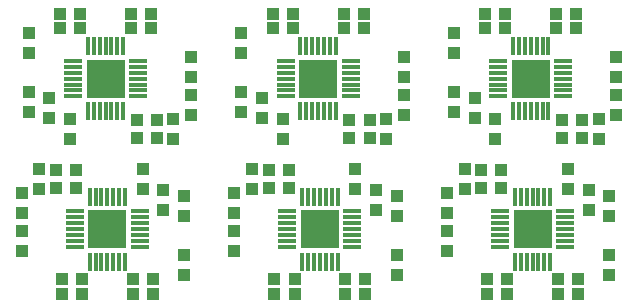
<source format=gbr>
G04 EAGLE Gerber RS-274X export*
G75*
%MOMM*%
%FSLAX34Y34*%
%LPD*%
%INSolderpaste Top*%
%IPPOS*%
%AMOC8*
5,1,8,0,0,1.08239X$1,22.5*%
G01*
%ADD10R,1.500000X0.300000*%
%ADD11R,0.300000X1.500000*%
%ADD12R,3.200000X3.200000*%
%ADD13R,1.000000X1.100000*%
%ADD14R,1.100000X1.000000*%


D10*
X422500Y235000D03*
X422500Y230000D03*
X422500Y225000D03*
X422500Y220000D03*
X422500Y215000D03*
X422500Y210000D03*
X422500Y205000D03*
D11*
X435000Y192500D03*
X440000Y192500D03*
X445000Y192500D03*
X450000Y192500D03*
X455000Y192500D03*
X460000Y192500D03*
X465000Y192500D03*
D10*
X477500Y205000D03*
X477500Y210000D03*
X477500Y215000D03*
X477500Y220000D03*
X477500Y225000D03*
X477500Y230000D03*
X477500Y235000D03*
D11*
X465000Y247500D03*
X460000Y247500D03*
X455000Y247500D03*
X450000Y247500D03*
X445000Y247500D03*
X440000Y247500D03*
X435000Y247500D03*
D12*
X450000Y220000D03*
D13*
X411500Y275000D03*
X428500Y275000D03*
X488500Y275000D03*
X471500Y275000D03*
D14*
X522500Y206000D03*
X522500Y189000D03*
X522500Y238500D03*
X522500Y221500D03*
D13*
X476500Y185000D03*
X493500Y185000D03*
X476500Y170000D03*
X493500Y170000D03*
X507500Y186000D03*
X507500Y169000D03*
X385000Y208500D03*
X385000Y191500D03*
X402500Y203500D03*
X402500Y186500D03*
X420000Y186000D03*
X420000Y169000D03*
D14*
X428500Y262500D03*
X411500Y262500D03*
X471500Y262500D03*
X488500Y262500D03*
X385000Y241500D03*
X385000Y258500D03*
D10*
X242500Y235000D03*
X242500Y230000D03*
X242500Y225000D03*
X242500Y220000D03*
X242500Y215000D03*
X242500Y210000D03*
X242500Y205000D03*
D11*
X255000Y192500D03*
X260000Y192500D03*
X265000Y192500D03*
X270000Y192500D03*
X275000Y192500D03*
X280000Y192500D03*
X285000Y192500D03*
D10*
X297500Y205000D03*
X297500Y210000D03*
X297500Y215000D03*
X297500Y220000D03*
X297500Y225000D03*
X297500Y230000D03*
X297500Y235000D03*
D11*
X285000Y247500D03*
X280000Y247500D03*
X275000Y247500D03*
X270000Y247500D03*
X265000Y247500D03*
X260000Y247500D03*
X255000Y247500D03*
D12*
X270000Y220000D03*
D13*
X231500Y275000D03*
X248500Y275000D03*
X308500Y275000D03*
X291500Y275000D03*
D14*
X342500Y206000D03*
X342500Y189000D03*
X342500Y238500D03*
X342500Y221500D03*
D13*
X296500Y185000D03*
X313500Y185000D03*
X296500Y170000D03*
X313500Y170000D03*
X327500Y186000D03*
X327500Y169000D03*
X205000Y208500D03*
X205000Y191500D03*
X222500Y203500D03*
X222500Y186500D03*
X240000Y186000D03*
X240000Y169000D03*
D14*
X248500Y262500D03*
X231500Y262500D03*
X291500Y262500D03*
X308500Y262500D03*
X205000Y241500D03*
X205000Y258500D03*
D10*
X62500Y235000D03*
X62500Y230000D03*
X62500Y225000D03*
X62500Y220000D03*
X62500Y215000D03*
X62500Y210000D03*
X62500Y205000D03*
D11*
X75000Y192500D03*
X80000Y192500D03*
X85000Y192500D03*
X90000Y192500D03*
X95000Y192500D03*
X100000Y192500D03*
X105000Y192500D03*
D10*
X117500Y205000D03*
X117500Y210000D03*
X117500Y215000D03*
X117500Y220000D03*
X117500Y225000D03*
X117500Y230000D03*
X117500Y235000D03*
D11*
X105000Y247500D03*
X100000Y247500D03*
X95000Y247500D03*
X90000Y247500D03*
X85000Y247500D03*
X80000Y247500D03*
X75000Y247500D03*
D12*
X90000Y220000D03*
D13*
X51500Y275000D03*
X68500Y275000D03*
X128500Y275000D03*
X111500Y275000D03*
D14*
X162500Y206000D03*
X162500Y189000D03*
X162500Y238500D03*
X162500Y221500D03*
D13*
X116500Y185000D03*
X133500Y185000D03*
X116500Y170000D03*
X133500Y170000D03*
X147500Y186000D03*
X147500Y169000D03*
X25000Y208500D03*
X25000Y191500D03*
X42500Y203500D03*
X42500Y186500D03*
X60000Y186000D03*
X60000Y169000D03*
D14*
X68500Y262500D03*
X51500Y262500D03*
X111500Y262500D03*
X128500Y262500D03*
X25000Y241500D03*
X25000Y258500D03*
D10*
X119000Y77500D03*
X119000Y82500D03*
X119000Y87500D03*
X119000Y92500D03*
X119000Y97500D03*
X119000Y102500D03*
X119000Y107500D03*
D11*
X106500Y120000D03*
X101500Y120000D03*
X96500Y120000D03*
X91500Y120000D03*
X86500Y120000D03*
X81500Y120000D03*
X76500Y120000D03*
D10*
X64000Y107500D03*
X64000Y102500D03*
X64000Y97500D03*
X64000Y92500D03*
X64000Y87500D03*
X64000Y82500D03*
X64000Y77500D03*
D11*
X76500Y65000D03*
X81500Y65000D03*
X86500Y65000D03*
X91500Y65000D03*
X96500Y65000D03*
X101500Y65000D03*
X106500Y65000D03*
D12*
X91500Y92500D03*
D13*
X130000Y37500D03*
X113000Y37500D03*
X53000Y37500D03*
X70000Y37500D03*
D14*
X19000Y106500D03*
X19000Y123500D03*
X19000Y74000D03*
X19000Y91000D03*
D13*
X65000Y127500D03*
X48000Y127500D03*
X65000Y142500D03*
X48000Y142500D03*
X34000Y126500D03*
X34000Y143500D03*
X156500Y104000D03*
X156500Y121000D03*
X139000Y109000D03*
X139000Y126000D03*
X121500Y126500D03*
X121500Y143500D03*
D14*
X113000Y50000D03*
X130000Y50000D03*
X70000Y50000D03*
X53000Y50000D03*
X156500Y71000D03*
X156500Y54000D03*
D10*
X299000Y77500D03*
X299000Y82500D03*
X299000Y87500D03*
X299000Y92500D03*
X299000Y97500D03*
X299000Y102500D03*
X299000Y107500D03*
D11*
X286500Y120000D03*
X281500Y120000D03*
X276500Y120000D03*
X271500Y120000D03*
X266500Y120000D03*
X261500Y120000D03*
X256500Y120000D03*
D10*
X244000Y107500D03*
X244000Y102500D03*
X244000Y97500D03*
X244000Y92500D03*
X244000Y87500D03*
X244000Y82500D03*
X244000Y77500D03*
D11*
X256500Y65000D03*
X261500Y65000D03*
X266500Y65000D03*
X271500Y65000D03*
X276500Y65000D03*
X281500Y65000D03*
X286500Y65000D03*
D12*
X271500Y92500D03*
D13*
X310000Y37500D03*
X293000Y37500D03*
X233000Y37500D03*
X250000Y37500D03*
D14*
X199000Y106500D03*
X199000Y123500D03*
X199000Y74000D03*
X199000Y91000D03*
D13*
X245000Y127500D03*
X228000Y127500D03*
X245000Y142500D03*
X228000Y142500D03*
X214000Y126500D03*
X214000Y143500D03*
X336500Y104000D03*
X336500Y121000D03*
X319000Y109000D03*
X319000Y126000D03*
X301500Y126500D03*
X301500Y143500D03*
D14*
X293000Y50000D03*
X310000Y50000D03*
X250000Y50000D03*
X233000Y50000D03*
X336500Y71000D03*
X336500Y54000D03*
D10*
X479000Y77500D03*
X479000Y82500D03*
X479000Y87500D03*
X479000Y92500D03*
X479000Y97500D03*
X479000Y102500D03*
X479000Y107500D03*
D11*
X466500Y120000D03*
X461500Y120000D03*
X456500Y120000D03*
X451500Y120000D03*
X446500Y120000D03*
X441500Y120000D03*
X436500Y120000D03*
D10*
X424000Y107500D03*
X424000Y102500D03*
X424000Y97500D03*
X424000Y92500D03*
X424000Y87500D03*
X424000Y82500D03*
X424000Y77500D03*
D11*
X436500Y65000D03*
X441500Y65000D03*
X446500Y65000D03*
X451500Y65000D03*
X456500Y65000D03*
X461500Y65000D03*
X466500Y65000D03*
D12*
X451500Y92500D03*
D13*
X490000Y37500D03*
X473000Y37500D03*
X413000Y37500D03*
X430000Y37500D03*
D14*
X379000Y106500D03*
X379000Y123500D03*
X379000Y74000D03*
X379000Y91000D03*
D13*
X425000Y127500D03*
X408000Y127500D03*
X425000Y142500D03*
X408000Y142500D03*
X394000Y126500D03*
X394000Y143500D03*
X516500Y104000D03*
X516500Y121000D03*
X499000Y109000D03*
X499000Y126000D03*
X481500Y126500D03*
X481500Y143500D03*
D14*
X473000Y50000D03*
X490000Y50000D03*
X430000Y50000D03*
X413000Y50000D03*
X516500Y71000D03*
X516500Y54000D03*
M02*

</source>
